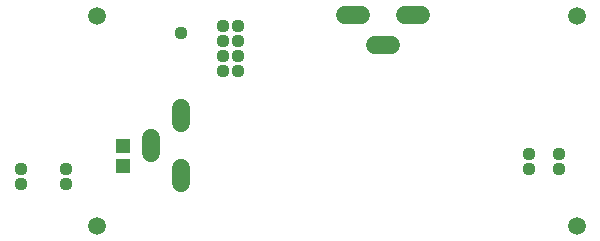
<source format=gbs>
G75*
%MOIN*%
%OFA0B0*%
%FSLAX25Y25*%
%IPPOS*%
%LPD*%
%AMOC8*
5,1,8,0,0,1.08239X$1,22.5*
%
%ADD10C,0.06000*%
%ADD11R,0.04737X0.05131*%
%ADD12C,0.05950*%
%ADD13C,0.04369*%
D10*
X0085668Y0028262D02*
X0085668Y0033462D01*
X0075668Y0038262D02*
X0075668Y0043462D01*
X0085668Y0048262D02*
X0085668Y0053462D01*
X0150568Y0074362D02*
X0155768Y0074362D01*
X0160568Y0084362D02*
X0165768Y0084362D01*
X0145768Y0084362D02*
X0140568Y0084362D01*
D11*
X0066398Y0040587D03*
X0066398Y0033894D03*
D12*
X0057668Y0013862D03*
X0217668Y0013862D03*
X0217668Y0083862D03*
X0057668Y0083862D03*
D13*
X0085892Y0078370D03*
X0099915Y0080476D03*
X0104915Y0080476D03*
X0104915Y0075476D03*
X0099915Y0075476D03*
X0099915Y0070476D03*
X0104915Y0070476D03*
X0104915Y0065476D03*
X0099915Y0065476D03*
X0047415Y0032976D03*
X0047415Y0027976D03*
X0032415Y0027976D03*
X0032415Y0032976D03*
X0201915Y0032976D03*
X0201915Y0037976D03*
X0211915Y0037976D03*
X0211915Y0032976D03*
M02*

</source>
